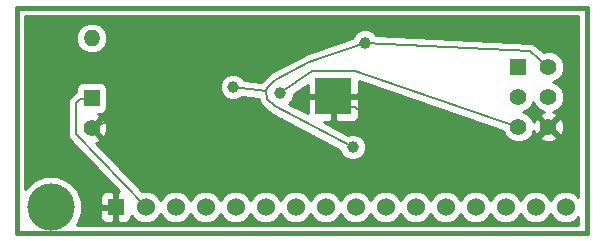
<source format=gbl>
G04 (created by PCBNEW-RS274X (2010-02-09)-RC2) date 22/07/2010 15:29:40*
G01*
G70*
G90*
%MOIN*%
G04 Gerber Fmt 3.4, Leading zero omitted, Abs format*
%FSLAX34Y34*%
G04 APERTURE LIST*
%ADD10C,0.001000*%
%ADD11C,0.015000*%
%ADD12R,0.055000X0.055000*%
%ADD13C,0.055000*%
%ADD14R,0.122000X0.122000*%
%ADD15O,0.055000X0.055000*%
%ADD16C,0.060000*%
%ADD17C,0.157500*%
%ADD18C,0.039400*%
%ADD19C,0.035000*%
%ADD20C,0.008000*%
%ADD21C,0.010000*%
G04 APERTURE END LIST*
G54D10*
G54D11*
X67000Y-26000D02*
X67000Y-33500D01*
X86000Y-26000D02*
X67000Y-26000D01*
X86000Y-33500D02*
X86000Y-26000D01*
X67000Y-33500D02*
X86000Y-33500D01*
G54D12*
X83728Y-27955D03*
G54D13*
X84728Y-27955D03*
X83728Y-28955D03*
X84728Y-28955D03*
X83728Y-29955D03*
X84728Y-29955D03*
G54D12*
X69500Y-29000D03*
G54D13*
X69500Y-30000D03*
G54D14*
X77559Y-28937D03*
G54D15*
X69500Y-27000D03*
G54D12*
X70296Y-32634D03*
G54D16*
X71296Y-32634D03*
X72296Y-32634D03*
X73296Y-32634D03*
X74296Y-32634D03*
X75296Y-32634D03*
X76296Y-32634D03*
X77296Y-32634D03*
X78296Y-32634D03*
X79296Y-32634D03*
X80296Y-32634D03*
X81296Y-32634D03*
X82296Y-32634D03*
X83296Y-32634D03*
X84296Y-32634D03*
X85296Y-32634D03*
G54D17*
X68130Y-32634D03*
G54D18*
X75795Y-28839D03*
G54D19*
X85200Y-26700D03*
X82000Y-30200D03*
X79300Y-29000D03*
X73000Y-29400D03*
X67900Y-31000D03*
X67800Y-26800D03*
X73100Y-31500D03*
X74900Y-29500D03*
G54D18*
X80031Y-30748D03*
X75185Y-27780D03*
X78197Y-30634D03*
X74209Y-28630D03*
X78610Y-27157D03*
G54D20*
X76851Y-28090D02*
X75795Y-28839D01*
X77047Y-28090D02*
X76851Y-28090D01*
X78267Y-28090D02*
X77047Y-28090D01*
X83728Y-29955D02*
X78267Y-28090D01*
X78267Y-29310D02*
X80031Y-30748D01*
X78169Y-29310D02*
X78267Y-29310D01*
X78129Y-29310D02*
X78169Y-29310D01*
X77559Y-28937D02*
X78129Y-29310D01*
X74029Y-28196D02*
X69500Y-30000D01*
X75185Y-27780D02*
X74029Y-28196D01*
X83942Y-30465D02*
X84728Y-29955D01*
X83936Y-30467D02*
X83942Y-30465D01*
X80031Y-30748D02*
X83936Y-30467D01*
X69265Y-29038D02*
X69500Y-29000D01*
X69225Y-29038D02*
X69265Y-29038D01*
X69127Y-29038D02*
X69225Y-29038D01*
X68988Y-29177D02*
X69127Y-29038D01*
X68988Y-29373D02*
X68988Y-29177D01*
X68988Y-30209D02*
X68988Y-29373D01*
X68991Y-30214D02*
X68988Y-30209D01*
X71296Y-32634D02*
X68991Y-30214D01*
X84101Y-27444D02*
X84728Y-27955D01*
X78610Y-27157D02*
X84101Y-27444D01*
X75362Y-28659D02*
X75299Y-28776D01*
X75616Y-28405D02*
X75362Y-28659D01*
X76734Y-27816D02*
X75616Y-28405D01*
X76740Y-27813D02*
X76734Y-27816D01*
X78610Y-27157D02*
X76740Y-27813D01*
X75362Y-29018D02*
X75299Y-28776D01*
X75616Y-29272D02*
X75362Y-29018D01*
X78197Y-30634D02*
X75616Y-29272D01*
X75299Y-28776D02*
X74209Y-28630D01*
G54D21*
X67275Y-26275D02*
X85725Y-26275D01*
X67275Y-26355D02*
X85725Y-26355D01*
X67275Y-26435D02*
X85725Y-26435D01*
X67275Y-26515D02*
X69316Y-26515D01*
X69685Y-26515D02*
X85725Y-26515D01*
X67275Y-26595D02*
X69167Y-26595D01*
X69833Y-26595D02*
X85725Y-26595D01*
X67275Y-26675D02*
X69087Y-26675D01*
X69913Y-26675D02*
X85725Y-26675D01*
X67275Y-26755D02*
X69035Y-26755D01*
X69966Y-26755D02*
X78416Y-26755D01*
X78806Y-26755D02*
X85725Y-26755D01*
X67275Y-26835D02*
X69001Y-26835D01*
X69999Y-26835D02*
X78302Y-26835D01*
X78919Y-26835D02*
X85725Y-26835D01*
X67275Y-26915D02*
X68975Y-26915D01*
X70025Y-26915D02*
X78228Y-26915D01*
X79557Y-26915D02*
X85725Y-26915D01*
X67275Y-26995D02*
X68975Y-26995D01*
X70025Y-26995D02*
X78194Y-26995D01*
X81077Y-26995D02*
X85725Y-26995D01*
X67275Y-27075D02*
X68975Y-27075D01*
X70025Y-27075D02*
X77971Y-27075D01*
X82597Y-27075D02*
X85725Y-27075D01*
X67275Y-27155D02*
X68996Y-27155D01*
X70003Y-27155D02*
X77742Y-27155D01*
X84116Y-27155D02*
X85725Y-27155D01*
X67275Y-27235D02*
X69029Y-27235D01*
X69969Y-27235D02*
X77513Y-27235D01*
X84304Y-27235D02*
X85725Y-27235D01*
X67275Y-27315D02*
X69077Y-27315D01*
X69923Y-27315D02*
X77285Y-27315D01*
X84402Y-27315D02*
X85725Y-27315D01*
X67275Y-27395D02*
X69157Y-27395D01*
X69843Y-27395D02*
X77056Y-27395D01*
X84500Y-27395D02*
X85725Y-27395D01*
X67275Y-27475D02*
X69291Y-27475D01*
X69708Y-27475D02*
X76827Y-27475D01*
X84942Y-27475D02*
X85725Y-27475D01*
X67275Y-27555D02*
X76608Y-27555D01*
X85071Y-27555D02*
X85725Y-27555D01*
X67275Y-27635D02*
X76454Y-27635D01*
X85151Y-27635D02*
X85725Y-27635D01*
X67275Y-27715D02*
X76303Y-27715D01*
X85197Y-27715D02*
X85725Y-27715D01*
X67275Y-27795D02*
X76151Y-27795D01*
X85230Y-27795D02*
X85725Y-27795D01*
X67275Y-27875D02*
X75999Y-27875D01*
X85253Y-27875D02*
X85725Y-27875D01*
X67275Y-27955D02*
X75848Y-27955D01*
X85253Y-27955D02*
X85725Y-27955D01*
X67275Y-28035D02*
X75696Y-28035D01*
X85253Y-28035D02*
X85725Y-28035D01*
X67275Y-28115D02*
X75544Y-28115D01*
X85230Y-28115D02*
X85725Y-28115D01*
X67275Y-28195D02*
X74095Y-28195D01*
X74325Y-28195D02*
X75419Y-28195D01*
X85197Y-28195D02*
X85725Y-28195D01*
X67275Y-28275D02*
X73934Y-28275D01*
X74485Y-28275D02*
X75336Y-28275D01*
X85150Y-28275D02*
X85725Y-28275D01*
X67275Y-28355D02*
X73854Y-28355D01*
X74565Y-28355D02*
X75256Y-28355D01*
X85070Y-28355D02*
X85725Y-28355D01*
X67275Y-28435D02*
X73807Y-28435D01*
X74942Y-28435D02*
X75176Y-28435D01*
X84938Y-28435D02*
X85725Y-28435D01*
X67275Y-28515D02*
X69083Y-28515D01*
X69917Y-28515D02*
X73774Y-28515D01*
X78419Y-28515D02*
X78613Y-28515D01*
X85031Y-28515D02*
X85725Y-28515D01*
X67275Y-28595D02*
X69010Y-28595D01*
X69991Y-28595D02*
X73763Y-28595D01*
X76639Y-28595D02*
X76699Y-28595D01*
X78419Y-28595D02*
X78847Y-28595D01*
X85111Y-28595D02*
X85725Y-28595D01*
X67275Y-28675D02*
X68976Y-28675D01*
X70024Y-28675D02*
X73763Y-28675D01*
X76527Y-28675D02*
X76699Y-28675D01*
X78419Y-28675D02*
X79081Y-28675D01*
X85181Y-28675D02*
X85725Y-28675D01*
X67275Y-28755D02*
X68976Y-28755D01*
X70024Y-28755D02*
X73778Y-28755D01*
X76415Y-28755D02*
X76699Y-28755D01*
X78419Y-28755D02*
X79315Y-28755D01*
X85214Y-28755D02*
X85725Y-28755D01*
X67275Y-28835D02*
X68920Y-28835D01*
X70024Y-28835D02*
X73811Y-28835D01*
X76302Y-28835D02*
X76709Y-28835D01*
X78409Y-28835D02*
X79548Y-28835D01*
X85247Y-28835D02*
X85725Y-28835D01*
X67275Y-28915D02*
X68840Y-28915D01*
X70024Y-28915D02*
X73863Y-28915D01*
X76241Y-28915D02*
X79782Y-28915D01*
X85253Y-28915D02*
X85725Y-28915D01*
X67275Y-28995D02*
X68768Y-28995D01*
X70024Y-28995D02*
X73943Y-28995D01*
X74474Y-28995D02*
X74752Y-28995D01*
X76213Y-28995D02*
X76753Y-28995D01*
X77509Y-28995D02*
X77609Y-28995D01*
X78365Y-28995D02*
X80016Y-28995D01*
X85253Y-28995D02*
X85725Y-28995D01*
X67275Y-29075D02*
X68719Y-29075D01*
X70024Y-29075D02*
X74117Y-29075D01*
X74299Y-29075D02*
X75076Y-29075D01*
X76180Y-29075D02*
X76699Y-29075D01*
X77509Y-29075D02*
X77609Y-29075D01*
X78418Y-29075D02*
X80250Y-29075D01*
X85246Y-29075D02*
X85725Y-29075D01*
X67275Y-29155D02*
X68703Y-29155D01*
X70024Y-29155D02*
X75110Y-29155D01*
X76109Y-29155D02*
X76699Y-29155D01*
X77509Y-29155D02*
X77609Y-29155D01*
X78418Y-29155D02*
X80483Y-29155D01*
X84213Y-29155D02*
X84242Y-29155D01*
X85213Y-29155D02*
X85725Y-29155D01*
X67275Y-29235D02*
X68698Y-29235D01*
X70024Y-29235D02*
X75169Y-29235D01*
X76169Y-29235D02*
X76699Y-29235D01*
X77509Y-29235D02*
X77609Y-29235D01*
X78418Y-29235D02*
X80717Y-29235D01*
X84180Y-29235D02*
X84275Y-29235D01*
X85180Y-29235D02*
X85725Y-29235D01*
X67275Y-29315D02*
X68698Y-29315D01*
X70024Y-29315D02*
X75249Y-29315D01*
X76321Y-29315D02*
X76699Y-29315D01*
X77509Y-29315D02*
X77609Y-29315D01*
X78418Y-29315D02*
X80951Y-29315D01*
X84110Y-29315D02*
X84345Y-29315D01*
X85110Y-29315D02*
X85725Y-29315D01*
X67275Y-29395D02*
X68698Y-29395D01*
X69994Y-29395D02*
X75329Y-29395D01*
X76473Y-29395D02*
X76699Y-29395D01*
X77509Y-29395D02*
X77609Y-29395D01*
X78418Y-29395D02*
X81185Y-29395D01*
X84030Y-29395D02*
X84425Y-29395D01*
X85030Y-29395D02*
X85725Y-29395D01*
X67275Y-29475D02*
X68698Y-29475D01*
X69927Y-29475D02*
X75409Y-29475D01*
X76625Y-29475D02*
X76699Y-29475D01*
X77509Y-29475D02*
X77609Y-29475D01*
X78418Y-29475D02*
X81418Y-29475D01*
X83943Y-29475D02*
X84529Y-29475D01*
X84916Y-29475D02*
X85725Y-29475D01*
X67275Y-29555D02*
X68698Y-29555D01*
X69769Y-29555D02*
X75530Y-29555D01*
X77509Y-29555D02*
X77609Y-29555D01*
X78418Y-29555D02*
X81652Y-29555D01*
X84071Y-29555D02*
X84448Y-29555D01*
X85009Y-29555D02*
X85725Y-29555D01*
X67275Y-29635D02*
X68698Y-29635D01*
X69789Y-29635D02*
X75682Y-29635D01*
X77509Y-29635D02*
X77609Y-29635D01*
X78402Y-29635D02*
X81886Y-29635D01*
X84151Y-29635D02*
X84479Y-29635D01*
X84977Y-29635D02*
X85725Y-29635D01*
X67275Y-29715D02*
X68698Y-29715D01*
X69714Y-29715D02*
X69856Y-29715D01*
X69881Y-29715D02*
X75834Y-29715D01*
X77509Y-29715D02*
X77609Y-29715D01*
X78353Y-29715D02*
X82120Y-29715D01*
X84197Y-29715D02*
X84267Y-29715D01*
X84417Y-29715D02*
X84559Y-29715D01*
X84897Y-29715D02*
X85039Y-29715D01*
X85192Y-29715D02*
X85725Y-29715D01*
X67275Y-29795D02*
X68698Y-29795D01*
X69634Y-29795D02*
X69776Y-29795D01*
X69978Y-29795D02*
X75986Y-29795D01*
X77449Y-29795D02*
X77669Y-29795D01*
X78220Y-29795D02*
X82353Y-29795D01*
X84230Y-29795D02*
X84238Y-29795D01*
X84497Y-29795D02*
X84639Y-29795D01*
X84817Y-29795D02*
X84959Y-29795D01*
X85224Y-29795D02*
X85725Y-29795D01*
X67275Y-29875D02*
X68698Y-29875D01*
X69554Y-29875D02*
X69696Y-29875D01*
X70009Y-29875D02*
X76137Y-29875D01*
X77385Y-29875D02*
X82587Y-29875D01*
X84577Y-29875D02*
X84719Y-29875D01*
X84737Y-29875D02*
X84879Y-29875D01*
X85239Y-29875D02*
X85725Y-29875D01*
X67275Y-29955D02*
X68698Y-29955D01*
X69474Y-29955D02*
X69616Y-29955D01*
X70013Y-29955D02*
X76289Y-29955D01*
X77537Y-29955D02*
X82821Y-29955D01*
X84657Y-29955D02*
X84799Y-29955D01*
X85244Y-29955D02*
X85725Y-29955D01*
X67275Y-30035D02*
X68698Y-30035D01*
X69393Y-30035D02*
X69394Y-30035D01*
X69464Y-30035D02*
X69606Y-30035D01*
X70017Y-30035D02*
X76441Y-30035D01*
X77689Y-30035D02*
X83055Y-30035D01*
X84577Y-30035D02*
X84719Y-30035D01*
X84737Y-30035D02*
X84879Y-30035D01*
X85244Y-30035D02*
X85725Y-30035D01*
X67275Y-30115D02*
X68698Y-30115D01*
X69313Y-30115D02*
X69314Y-30115D01*
X69544Y-30115D02*
X69686Y-30115D01*
X70004Y-30115D02*
X76593Y-30115D01*
X77840Y-30115D02*
X83226Y-30115D01*
X84229Y-30115D02*
X84232Y-30115D01*
X84497Y-30115D02*
X84639Y-30115D01*
X84817Y-30115D02*
X84959Y-30115D01*
X85217Y-30115D02*
X85725Y-30115D01*
X67275Y-30195D02*
X68698Y-30195D01*
X69624Y-30195D02*
X69766Y-30195D01*
X69976Y-30195D02*
X76745Y-30195D01*
X77991Y-30195D02*
X78092Y-30195D01*
X78303Y-30195D02*
X83259Y-30195D01*
X84196Y-30195D02*
X84264Y-30195D01*
X84417Y-30195D02*
X84559Y-30195D01*
X84897Y-30195D02*
X85039Y-30195D01*
X85189Y-30195D02*
X85725Y-30195D01*
X67275Y-30275D02*
X68709Y-30275D01*
X69704Y-30275D02*
X69846Y-30275D01*
X69920Y-30275D02*
X76897Y-30275D01*
X78469Y-30275D02*
X83305Y-30275D01*
X84150Y-30275D02*
X84479Y-30275D01*
X84977Y-30275D02*
X85725Y-30275D01*
X67275Y-30355D02*
X68737Y-30355D01*
X69784Y-30355D02*
X77049Y-30355D01*
X78549Y-30355D02*
X83385Y-30355D01*
X84070Y-30355D02*
X84447Y-30355D01*
X85008Y-30355D02*
X85725Y-30355D01*
X67275Y-30435D02*
X68801Y-30435D01*
X69771Y-30435D02*
X77201Y-30435D01*
X78597Y-30435D02*
X83514Y-30435D01*
X83940Y-30435D02*
X84541Y-30435D01*
X84926Y-30435D02*
X85725Y-30435D01*
X67275Y-30515D02*
X68877Y-30515D01*
X69680Y-30515D02*
X77353Y-30515D01*
X78631Y-30515D02*
X85725Y-30515D01*
X67275Y-30595D02*
X68953Y-30595D01*
X69756Y-30595D02*
X77505Y-30595D01*
X78643Y-30595D02*
X85725Y-30595D01*
X67275Y-30675D02*
X69029Y-30675D01*
X69832Y-30675D02*
X77657Y-30675D01*
X78643Y-30675D02*
X85725Y-30675D01*
X67275Y-30755D02*
X69105Y-30755D01*
X69908Y-30755D02*
X77764Y-30755D01*
X78629Y-30755D02*
X85725Y-30755D01*
X67275Y-30835D02*
X69181Y-30835D01*
X69984Y-30835D02*
X77797Y-30835D01*
X78596Y-30835D02*
X85725Y-30835D01*
X67275Y-30915D02*
X69258Y-30915D01*
X70061Y-30915D02*
X77847Y-30915D01*
X78546Y-30915D02*
X85725Y-30915D01*
X67275Y-30995D02*
X69334Y-30995D01*
X70137Y-30995D02*
X77927Y-30995D01*
X78466Y-30995D02*
X85725Y-30995D01*
X67275Y-31075D02*
X69410Y-31075D01*
X70213Y-31075D02*
X78095Y-31075D01*
X78297Y-31075D02*
X85725Y-31075D01*
X67275Y-31155D02*
X69486Y-31155D01*
X70289Y-31155D02*
X85725Y-31155D01*
X67275Y-31235D02*
X69562Y-31235D01*
X70365Y-31235D02*
X85725Y-31235D01*
X67275Y-31315D02*
X69639Y-31315D01*
X70441Y-31315D02*
X85725Y-31315D01*
X67275Y-31395D02*
X69715Y-31395D01*
X70518Y-31395D02*
X85725Y-31395D01*
X67275Y-31475D02*
X69791Y-31475D01*
X70594Y-31475D02*
X85725Y-31475D01*
X67275Y-31555D02*
X69867Y-31555D01*
X70670Y-31555D02*
X85725Y-31555D01*
X67275Y-31635D02*
X67833Y-31635D01*
X68429Y-31635D02*
X69943Y-31635D01*
X70746Y-31635D02*
X85725Y-31635D01*
X67275Y-31715D02*
X67639Y-31715D01*
X68620Y-31715D02*
X70020Y-31715D01*
X70822Y-31715D02*
X85725Y-31715D01*
X67275Y-31795D02*
X67503Y-31795D01*
X68757Y-31795D02*
X70096Y-31795D01*
X70898Y-31795D02*
X85725Y-31795D01*
X67275Y-31875D02*
X67423Y-31875D01*
X68837Y-31875D02*
X70172Y-31875D01*
X70975Y-31875D02*
X85725Y-31875D01*
X67275Y-31955D02*
X67343Y-31955D01*
X68917Y-31955D02*
X70248Y-31955D01*
X71051Y-31955D02*
X85725Y-31955D01*
X68997Y-32035D02*
X70324Y-32035D01*
X71127Y-32035D02*
X85725Y-32035D01*
X69038Y-32115D02*
X69960Y-32115D01*
X70190Y-32115D02*
X70401Y-32115D01*
X71478Y-32115D02*
X72115Y-32115D01*
X72478Y-32115D02*
X73115Y-32115D01*
X73478Y-32115D02*
X74115Y-32115D01*
X74478Y-32115D02*
X75115Y-32115D01*
X75478Y-32115D02*
X76115Y-32115D01*
X76478Y-32115D02*
X77115Y-32115D01*
X77478Y-32115D02*
X78113Y-32115D01*
X78478Y-32115D02*
X79115Y-32115D01*
X79478Y-32115D02*
X80115Y-32115D01*
X80478Y-32115D02*
X81115Y-32115D01*
X81478Y-32115D02*
X82115Y-32115D01*
X82478Y-32115D02*
X83115Y-32115D01*
X83478Y-32115D02*
X84115Y-32115D01*
X84478Y-32115D02*
X85114Y-32115D01*
X85478Y-32115D02*
X85725Y-32115D01*
X69071Y-32195D02*
X69833Y-32195D01*
X70246Y-32195D02*
X70346Y-32195D01*
X71633Y-32195D02*
X71959Y-32195D01*
X72633Y-32195D02*
X72959Y-32195D01*
X73633Y-32195D02*
X73959Y-32195D01*
X74633Y-32195D02*
X74959Y-32195D01*
X75633Y-32195D02*
X75959Y-32195D01*
X76633Y-32195D02*
X76959Y-32195D01*
X77633Y-32195D02*
X77959Y-32195D01*
X78633Y-32195D02*
X78959Y-32195D01*
X79633Y-32195D02*
X79959Y-32195D01*
X80633Y-32195D02*
X80959Y-32195D01*
X81633Y-32195D02*
X81959Y-32195D01*
X82633Y-32195D02*
X82959Y-32195D01*
X83633Y-32195D02*
X83959Y-32195D01*
X84634Y-32195D02*
X84959Y-32195D01*
X85633Y-32195D02*
X85725Y-32195D01*
X69104Y-32275D02*
X69787Y-32275D01*
X70246Y-32275D02*
X70346Y-32275D01*
X71713Y-32275D02*
X71879Y-32275D01*
X72713Y-32275D02*
X72879Y-32275D01*
X73713Y-32275D02*
X73879Y-32275D01*
X74713Y-32275D02*
X74879Y-32275D01*
X75713Y-32275D02*
X75879Y-32275D01*
X76713Y-32275D02*
X76879Y-32275D01*
X77713Y-32275D02*
X77879Y-32275D01*
X78713Y-32275D02*
X78879Y-32275D01*
X79713Y-32275D02*
X79879Y-32275D01*
X80713Y-32275D02*
X80879Y-32275D01*
X81713Y-32275D02*
X81879Y-32275D01*
X82713Y-32275D02*
X82879Y-32275D01*
X83713Y-32275D02*
X83879Y-32275D01*
X84714Y-32275D02*
X84879Y-32275D01*
X85713Y-32275D02*
X85725Y-32275D01*
X69137Y-32355D02*
X69772Y-32355D01*
X70246Y-32355D02*
X70346Y-32355D01*
X71775Y-32355D02*
X71818Y-32355D01*
X72775Y-32355D02*
X72818Y-32355D01*
X73775Y-32355D02*
X73818Y-32355D01*
X74775Y-32355D02*
X74818Y-32355D01*
X75775Y-32355D02*
X75818Y-32355D01*
X76775Y-32355D02*
X76818Y-32355D01*
X77775Y-32355D02*
X77818Y-32355D01*
X78775Y-32355D02*
X78818Y-32355D01*
X79775Y-32355D02*
X79818Y-32355D01*
X80775Y-32355D02*
X80818Y-32355D01*
X81775Y-32355D02*
X81818Y-32355D01*
X82775Y-32355D02*
X82818Y-32355D01*
X83775Y-32355D02*
X83818Y-32355D01*
X84775Y-32355D02*
X84818Y-32355D01*
X69167Y-32435D02*
X69772Y-32435D01*
X70246Y-32435D02*
X70346Y-32435D01*
X69167Y-32515D02*
X69772Y-32515D01*
X70246Y-32515D02*
X70346Y-32515D01*
X69167Y-32595D02*
X70346Y-32595D01*
X69167Y-32675D02*
X70346Y-32675D01*
X69167Y-32755D02*
X69771Y-32755D01*
X70246Y-32755D02*
X70346Y-32755D01*
X69167Y-32835D02*
X69771Y-32835D01*
X70246Y-32835D02*
X70346Y-32835D01*
X69136Y-32915D02*
X69772Y-32915D01*
X70246Y-32915D02*
X70346Y-32915D01*
X71773Y-32915D02*
X71818Y-32915D01*
X72773Y-32915D02*
X72818Y-32915D01*
X73773Y-32915D02*
X73818Y-32915D01*
X74773Y-32915D02*
X74818Y-32915D01*
X75773Y-32915D02*
X75818Y-32915D01*
X76773Y-32915D02*
X76818Y-32915D01*
X77773Y-32915D02*
X77818Y-32915D01*
X78773Y-32915D02*
X78818Y-32915D01*
X79773Y-32915D02*
X79818Y-32915D01*
X80773Y-32915D02*
X80818Y-32915D01*
X81773Y-32915D02*
X81818Y-32915D01*
X82773Y-32915D02*
X82818Y-32915D01*
X83773Y-32915D02*
X83818Y-32915D01*
X84773Y-32915D02*
X84818Y-32915D01*
X69102Y-32995D02*
X69787Y-32995D01*
X70246Y-32995D02*
X70346Y-32995D01*
X70804Y-32995D02*
X70881Y-32995D01*
X71711Y-32995D02*
X71881Y-32995D01*
X72711Y-32995D02*
X72881Y-32995D01*
X73711Y-32995D02*
X73881Y-32995D01*
X74711Y-32995D02*
X74881Y-32995D01*
X75711Y-32995D02*
X75881Y-32995D01*
X76711Y-32995D02*
X76881Y-32995D01*
X77711Y-32995D02*
X77881Y-32995D01*
X78711Y-32995D02*
X78881Y-32995D01*
X79711Y-32995D02*
X79881Y-32995D01*
X80711Y-32995D02*
X80881Y-32995D01*
X81711Y-32995D02*
X81881Y-32995D01*
X82711Y-32995D02*
X82881Y-32995D01*
X83711Y-32995D02*
X83881Y-32995D01*
X84711Y-32995D02*
X84881Y-32995D01*
X85711Y-32995D02*
X85725Y-32995D01*
X69069Y-33075D02*
X69835Y-33075D01*
X70246Y-33075D02*
X70346Y-33075D01*
X70757Y-33075D02*
X70961Y-33075D01*
X71631Y-33075D02*
X71961Y-33075D01*
X72631Y-33075D02*
X72961Y-33075D01*
X73631Y-33075D02*
X73961Y-33075D01*
X74631Y-33075D02*
X74961Y-33075D01*
X75631Y-33075D02*
X75961Y-33075D01*
X76631Y-33075D02*
X76961Y-33075D01*
X77631Y-33075D02*
X77961Y-33075D01*
X78631Y-33075D02*
X78961Y-33075D01*
X79631Y-33075D02*
X79961Y-33075D01*
X80631Y-33075D02*
X80961Y-33075D01*
X81631Y-33075D02*
X81961Y-33075D01*
X82631Y-33075D02*
X82961Y-33075D01*
X83631Y-33075D02*
X83961Y-33075D01*
X84631Y-33075D02*
X84961Y-33075D01*
X85631Y-33075D02*
X85725Y-33075D01*
X69035Y-33155D02*
X69964Y-33155D01*
X70188Y-33155D02*
X70404Y-33155D01*
X70627Y-33155D02*
X71119Y-33155D01*
X71472Y-33155D02*
X72119Y-33155D01*
X72472Y-33155D02*
X73119Y-33155D01*
X73472Y-33155D02*
X74119Y-33155D01*
X74472Y-33155D02*
X75119Y-33155D01*
X75472Y-33155D02*
X76119Y-33155D01*
X76472Y-33155D02*
X77119Y-33155D01*
X77472Y-33155D02*
X78119Y-33155D01*
X78472Y-33155D02*
X79119Y-33155D01*
X79472Y-33155D02*
X80119Y-33155D01*
X80472Y-33155D02*
X81119Y-33155D01*
X81472Y-33155D02*
X82119Y-33155D01*
X82472Y-33155D02*
X83119Y-33155D01*
X83472Y-33155D02*
X84119Y-33155D01*
X84472Y-33155D02*
X85119Y-33155D01*
X85472Y-33155D02*
X85725Y-33155D01*
X85725Y-33225D02*
X85725Y-32981D01*
X85607Y-33099D01*
X85405Y-33183D01*
X85187Y-33183D01*
X84985Y-33099D01*
X84831Y-32945D01*
X84796Y-32860D01*
X84761Y-32945D01*
X84607Y-33099D01*
X84405Y-33183D01*
X84187Y-33183D01*
X83985Y-33099D01*
X83831Y-32945D01*
X83796Y-32860D01*
X83761Y-32945D01*
X83607Y-33099D01*
X83405Y-33183D01*
X83187Y-33183D01*
X82985Y-33099D01*
X82831Y-32945D01*
X82796Y-32860D01*
X82761Y-32945D01*
X82607Y-33099D01*
X82405Y-33183D01*
X82187Y-33183D01*
X81985Y-33099D01*
X81831Y-32945D01*
X81796Y-32860D01*
X81761Y-32945D01*
X81607Y-33099D01*
X81405Y-33183D01*
X81187Y-33183D01*
X80985Y-33099D01*
X80831Y-32945D01*
X80796Y-32860D01*
X80761Y-32945D01*
X80607Y-33099D01*
X80405Y-33183D01*
X80187Y-33183D01*
X79985Y-33099D01*
X79831Y-32945D01*
X79795Y-32860D01*
X79761Y-32945D01*
X79607Y-33099D01*
X79405Y-33183D01*
X79187Y-33183D01*
X78985Y-33099D01*
X78831Y-32945D01*
X78795Y-32860D01*
X78761Y-32945D01*
X78607Y-33099D01*
X78405Y-33183D01*
X78187Y-33183D01*
X77985Y-33099D01*
X77831Y-32945D01*
X77796Y-32860D01*
X77761Y-32945D01*
X77607Y-33099D01*
X77405Y-33183D01*
X77187Y-33183D01*
X76985Y-33099D01*
X76831Y-32945D01*
X76796Y-32860D01*
X76761Y-32945D01*
X76607Y-33099D01*
X76405Y-33183D01*
X76187Y-33183D01*
X75985Y-33099D01*
X75831Y-32945D01*
X75796Y-32860D01*
X75761Y-32945D01*
X75607Y-33099D01*
X75405Y-33183D01*
X75187Y-33183D01*
X74985Y-33099D01*
X74831Y-32945D01*
X74796Y-32860D01*
X74761Y-32945D01*
X74607Y-33099D01*
X74405Y-33183D01*
X74187Y-33183D01*
X73985Y-33099D01*
X73831Y-32945D01*
X73796Y-32860D01*
X73761Y-32945D01*
X73607Y-33099D01*
X73405Y-33183D01*
X73187Y-33183D01*
X72985Y-33099D01*
X72831Y-32945D01*
X72796Y-32860D01*
X72761Y-32945D01*
X72607Y-33099D01*
X72405Y-33183D01*
X72187Y-33183D01*
X71985Y-33099D01*
X71831Y-32945D01*
X71796Y-32860D01*
X71761Y-32945D01*
X71607Y-33099D01*
X71405Y-33183D01*
X71187Y-33183D01*
X70985Y-33099D01*
X70831Y-32945D01*
X70820Y-32918D01*
X70820Y-32959D01*
X70782Y-33050D01*
X70712Y-33120D01*
X70620Y-33158D01*
X70408Y-33159D01*
X70346Y-33097D01*
X70346Y-32684D01*
X70346Y-32584D01*
X70346Y-32171D01*
X70401Y-32115D01*
X68781Y-30414D01*
X68763Y-30386D01*
X68742Y-30363D01*
X68739Y-30358D01*
X68731Y-30337D01*
X68720Y-30320D01*
X68713Y-30286D01*
X68701Y-30252D01*
X68702Y-30230D01*
X68698Y-30209D01*
X68698Y-29177D01*
X68720Y-29066D01*
X68783Y-28972D01*
X68922Y-28833D01*
X68976Y-28796D01*
X68976Y-28675D01*
X69014Y-28584D01*
X69084Y-28514D01*
X69176Y-28476D01*
X69387Y-28476D01*
X69387Y-27515D01*
X69198Y-27436D01*
X69053Y-27291D01*
X68975Y-27102D01*
X68975Y-26897D01*
X69054Y-26708D01*
X69199Y-26563D01*
X69388Y-26485D01*
X69613Y-26485D01*
X69802Y-26564D01*
X69947Y-26709D01*
X70025Y-26898D01*
X70025Y-27103D01*
X69946Y-27292D01*
X69801Y-27437D01*
X69612Y-27515D01*
X69387Y-27515D01*
X69387Y-28476D01*
X69825Y-28476D01*
X69916Y-28514D01*
X69986Y-28584D01*
X70024Y-28676D01*
X70024Y-29325D01*
X69986Y-29416D01*
X69916Y-29486D01*
X69824Y-29524D01*
X69697Y-29524D01*
X69767Y-29548D01*
X69790Y-29639D01*
X69500Y-29929D01*
X69429Y-30000D01*
X69305Y-30123D01*
X69305Y-30123D01*
X69429Y-30000D01*
X69500Y-30071D01*
X69790Y-30361D01*
X69767Y-30452D01*
X69660Y-30495D01*
X69861Y-30706D01*
X69861Y-30290D01*
X69571Y-30000D01*
X69861Y-29710D01*
X69952Y-29733D01*
X70008Y-29870D01*
X70019Y-30074D01*
X69952Y-30267D01*
X69861Y-30290D01*
X69861Y-30706D01*
X71177Y-32088D01*
X71187Y-32085D01*
X71405Y-32085D01*
X71607Y-32169D01*
X71761Y-32323D01*
X71796Y-32407D01*
X71831Y-32323D01*
X71985Y-32169D01*
X72187Y-32085D01*
X72405Y-32085D01*
X72607Y-32169D01*
X72761Y-32323D01*
X72796Y-32407D01*
X72831Y-32323D01*
X72985Y-32169D01*
X73187Y-32085D01*
X73405Y-32085D01*
X73607Y-32169D01*
X73761Y-32323D01*
X73796Y-32407D01*
X73831Y-32323D01*
X73985Y-32169D01*
X74187Y-32085D01*
X74405Y-32085D01*
X74607Y-32169D01*
X74761Y-32323D01*
X74796Y-32407D01*
X74831Y-32323D01*
X74985Y-32169D01*
X75187Y-32085D01*
X75405Y-32085D01*
X75607Y-32169D01*
X75761Y-32323D01*
X75796Y-32407D01*
X75831Y-32323D01*
X75985Y-32169D01*
X76187Y-32085D01*
X76405Y-32085D01*
X76607Y-32169D01*
X76761Y-32323D01*
X76796Y-32407D01*
X76831Y-32323D01*
X76985Y-32169D01*
X77187Y-32085D01*
X77405Y-32085D01*
X77607Y-32169D01*
X77761Y-32323D01*
X77796Y-32407D01*
X77831Y-32323D01*
X77985Y-32169D01*
X78108Y-32117D01*
X78108Y-31080D01*
X77944Y-31012D01*
X77819Y-30886D01*
X77752Y-30725D01*
X75481Y-29529D01*
X75446Y-29500D01*
X75411Y-29477D01*
X75157Y-29223D01*
X75145Y-29206D01*
X75131Y-29193D01*
X75114Y-29160D01*
X75094Y-29129D01*
X75090Y-29109D01*
X75081Y-29091D01*
X75066Y-29037D01*
X74507Y-28962D01*
X74461Y-29008D01*
X74297Y-29076D01*
X74120Y-29076D01*
X73956Y-29008D01*
X73831Y-28882D01*
X73763Y-28718D01*
X73763Y-28541D01*
X73831Y-28377D01*
X73957Y-28252D01*
X74121Y-28184D01*
X74298Y-28184D01*
X74462Y-28252D01*
X74587Y-28378D01*
X74591Y-28388D01*
X75150Y-28463D01*
X75157Y-28454D01*
X75411Y-28200D01*
X75446Y-28176D01*
X75481Y-28148D01*
X76598Y-27559D01*
X76603Y-27557D01*
X76604Y-27557D01*
X76610Y-27554D01*
X76626Y-27549D01*
X76644Y-27539D01*
X78193Y-26997D01*
X78232Y-26904D01*
X78358Y-26779D01*
X78522Y-26711D01*
X78699Y-26711D01*
X78863Y-26779D01*
X78968Y-26884D01*
X84116Y-27155D01*
X84145Y-27162D01*
X84184Y-27166D01*
X84207Y-27178D01*
X84225Y-27183D01*
X84246Y-27199D01*
X84284Y-27219D01*
X84569Y-27452D01*
X84624Y-27430D01*
X84833Y-27430D01*
X85026Y-27510D01*
X85173Y-27658D01*
X85253Y-27851D01*
X85253Y-28060D01*
X85173Y-28253D01*
X85025Y-28400D01*
X84892Y-28454D01*
X85026Y-28510D01*
X85173Y-28658D01*
X85253Y-28851D01*
X85253Y-29060D01*
X85173Y-29253D01*
X85025Y-29400D01*
X84876Y-29461D01*
X84995Y-29503D01*
X85018Y-29594D01*
X84728Y-29884D01*
X84438Y-29594D01*
X84461Y-29503D01*
X84570Y-29458D01*
X84430Y-29400D01*
X84283Y-29252D01*
X84228Y-29119D01*
X84173Y-29253D01*
X84025Y-29400D01*
X83892Y-29454D01*
X84026Y-29510D01*
X84173Y-29658D01*
X84234Y-29806D01*
X84276Y-29688D01*
X84367Y-29665D01*
X84657Y-29955D01*
X84367Y-30245D01*
X84276Y-30222D01*
X84231Y-30112D01*
X84173Y-30253D01*
X84025Y-30400D01*
X83832Y-30480D01*
X83623Y-30480D01*
X83430Y-30400D01*
X83283Y-30252D01*
X83216Y-30090D01*
X78418Y-28448D01*
X78419Y-28825D01*
X78357Y-28887D01*
X77609Y-28887D01*
X77509Y-28887D01*
X76761Y-28887D01*
X76699Y-28825D01*
X76699Y-28553D01*
X76241Y-28879D01*
X76241Y-28928D01*
X76173Y-29092D01*
X76077Y-29187D01*
X76700Y-29515D01*
X76700Y-29498D01*
X76699Y-29049D01*
X76761Y-28987D01*
X77509Y-28987D01*
X77509Y-29735D01*
X77447Y-29797D01*
X77234Y-29796D01*
X77671Y-30026D01*
X77671Y-29797D01*
X77609Y-29735D01*
X77609Y-28987D01*
X78357Y-28987D01*
X78419Y-29049D01*
X78418Y-29498D01*
X78418Y-29597D01*
X78380Y-29688D01*
X78310Y-29758D01*
X78218Y-29796D01*
X77671Y-29797D01*
X77671Y-30026D01*
X78034Y-30218D01*
X78109Y-30188D01*
X78286Y-30188D01*
X78450Y-30256D01*
X78575Y-30382D01*
X78643Y-30546D01*
X78643Y-30723D01*
X78575Y-30887D01*
X78449Y-31012D01*
X78285Y-31080D01*
X78108Y-31080D01*
X78108Y-32117D01*
X78187Y-32085D01*
X78405Y-32085D01*
X78607Y-32169D01*
X78761Y-32323D01*
X78796Y-32407D01*
X78831Y-32323D01*
X78985Y-32169D01*
X79187Y-32085D01*
X79405Y-32085D01*
X79607Y-32169D01*
X79761Y-32323D01*
X79796Y-32407D01*
X79831Y-32323D01*
X79985Y-32169D01*
X80187Y-32085D01*
X80405Y-32085D01*
X80607Y-32169D01*
X80761Y-32323D01*
X80796Y-32407D01*
X80831Y-32323D01*
X80985Y-32169D01*
X81187Y-32085D01*
X81405Y-32085D01*
X81607Y-32169D01*
X81761Y-32323D01*
X81796Y-32407D01*
X81831Y-32323D01*
X81985Y-32169D01*
X82187Y-32085D01*
X82405Y-32085D01*
X82607Y-32169D01*
X82761Y-32323D01*
X82796Y-32407D01*
X82831Y-32323D01*
X82985Y-32169D01*
X83187Y-32085D01*
X83405Y-32085D01*
X83607Y-32169D01*
X83761Y-32323D01*
X83796Y-32407D01*
X83831Y-32323D01*
X83985Y-32169D01*
X84187Y-32085D01*
X84405Y-32085D01*
X84607Y-32169D01*
X84654Y-32215D01*
X84654Y-30474D01*
X84461Y-30407D01*
X84438Y-30316D01*
X84728Y-30026D01*
X85018Y-30316D01*
X84995Y-30407D01*
X84858Y-30463D01*
X84654Y-30474D01*
X84654Y-32215D01*
X84761Y-32323D01*
X84796Y-32407D01*
X84831Y-32323D01*
X84985Y-32169D01*
X85089Y-32125D01*
X85089Y-30245D01*
X84799Y-29955D01*
X85089Y-29665D01*
X85180Y-29688D01*
X85236Y-29825D01*
X85247Y-30029D01*
X85180Y-30222D01*
X85089Y-30245D01*
X85089Y-32125D01*
X85187Y-32085D01*
X85405Y-32085D01*
X85607Y-32169D01*
X85725Y-32287D01*
X85725Y-26275D01*
X67275Y-26275D01*
X67275Y-32023D01*
X67544Y-31754D01*
X67925Y-31597D01*
X68337Y-31597D01*
X68718Y-31756D01*
X69010Y-32048D01*
X69167Y-32429D01*
X69167Y-32841D01*
X69008Y-33222D01*
X69005Y-33225D01*
X70184Y-33225D01*
X70184Y-33159D01*
X69972Y-33158D01*
X69880Y-33120D01*
X69810Y-33050D01*
X69772Y-32959D01*
X69772Y-32860D01*
X69771Y-32746D01*
X69833Y-32684D01*
X69833Y-32584D01*
X69771Y-32522D01*
X69772Y-32408D01*
X69772Y-32309D01*
X69810Y-32218D01*
X69880Y-32148D01*
X69972Y-32110D01*
X70184Y-32109D01*
X70246Y-32171D01*
X70246Y-32584D01*
X69833Y-32584D01*
X69833Y-32684D01*
X70246Y-32684D01*
X70246Y-33097D01*
X70184Y-33159D01*
X70184Y-33225D01*
X85725Y-33225D01*
M02*

</source>
